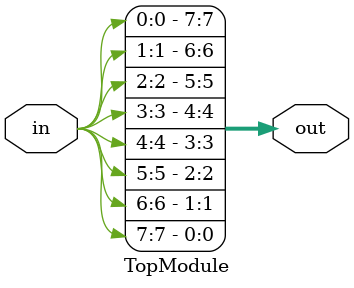
<source format=sv>

module TopModule (
    input  wire [7:0] in,   // 8‑bit input
    output wire [7:0] out   // 8‑bit output (bit‑reversed)
);

    // Reverse the bit ordering:
    // out[7] = in[0], out[6] = in[1], … , out[0] = in[7]
    assign out = {in[0], in[1], in[2], in[3], in[4], in[5], in[6], in[7]};

endmodule

// VERILOG-EVAL: abnormal backticks count
// VERILOG-EVAL: errant inclusion of module definition

</source>
